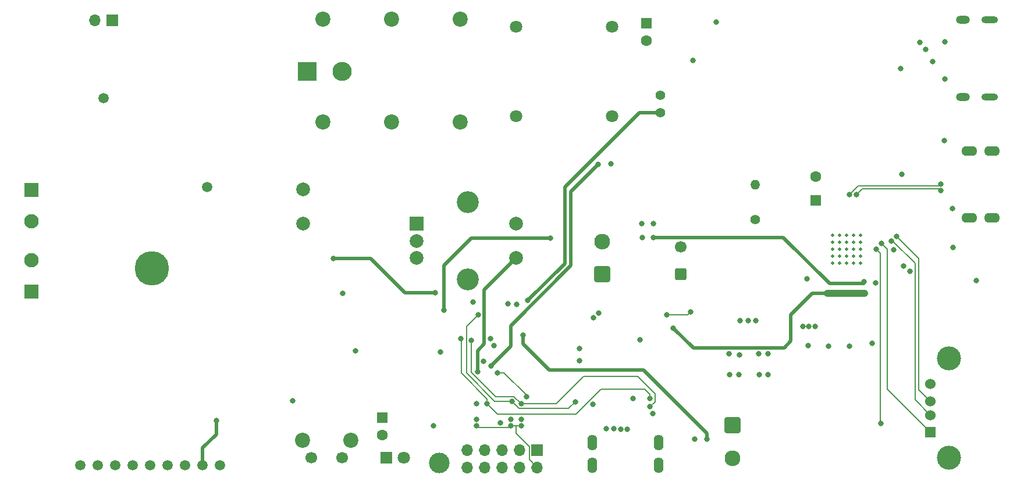
<source format=gbr>
%TF.GenerationSoftware,KiCad,Pcbnew,7.0.6-7.0.6~ubuntu22.04.1*%
%TF.CreationDate,2023-08-10T14:04:47+03:00*%
%TF.ProjectId,xray-v2,78726179-2d76-4322-9e6b-696361645f70,rev?*%
%TF.SameCoordinates,Original*%
%TF.FileFunction,Copper,L2,Inr*%
%TF.FilePolarity,Positive*%
%FSLAX46Y46*%
G04 Gerber Fmt 4.6, Leading zero omitted, Abs format (unit mm)*
G04 Created by KiCad (PCBNEW 7.0.6-7.0.6~ubuntu22.04.1) date 2023-08-10 14:04:47*
%MOMM*%
%LPD*%
G01*
G04 APERTURE LIST*
G04 Aperture macros list*
%AMRoundRect*
0 Rectangle with rounded corners*
0 $1 Rounding radius*
0 $2 $3 $4 $5 $6 $7 $8 $9 X,Y pos of 4 corners*
0 Add a 4 corners polygon primitive as box body*
4,1,4,$2,$3,$4,$5,$6,$7,$8,$9,$2,$3,0*
0 Add four circle primitives for the rounded corners*
1,1,$1+$1,$2,$3*
1,1,$1+$1,$4,$5*
1,1,$1+$1,$6,$7*
1,1,$1+$1,$8,$9*
0 Add four rect primitives between the rounded corners*
20,1,$1+$1,$2,$3,$4,$5,0*
20,1,$1+$1,$4,$5,$6,$7,0*
20,1,$1+$1,$6,$7,$8,$9,0*
20,1,$1+$1,$8,$9,$2,$3,0*%
G04 Aperture macros list end*
%TA.AperFunction,ComponentPad*%
%ADD10R,2.000000X2.000000*%
%TD*%
%TA.AperFunction,ComponentPad*%
%ADD11C,2.000000*%
%TD*%
%TA.AperFunction,ComponentPad*%
%ADD12C,3.200000*%
%TD*%
%TA.AperFunction,ComponentPad*%
%ADD13R,1.800000X1.800000*%
%TD*%
%TA.AperFunction,ComponentPad*%
%ADD14C,1.800000*%
%TD*%
%TA.AperFunction,ComponentPad*%
%ADD15C,2.200000*%
%TD*%
%TA.AperFunction,ComponentPad*%
%ADD16R,1.524000X1.524000*%
%TD*%
%TA.AperFunction,ComponentPad*%
%ADD17C,1.524000*%
%TD*%
%TA.AperFunction,ComponentPad*%
%ADD18C,3.500000*%
%TD*%
%TA.AperFunction,ComponentPad*%
%ADD19C,3.000000*%
%TD*%
%TA.AperFunction,ComponentPad*%
%ADD20R,1.600000X1.600000*%
%TD*%
%TA.AperFunction,ComponentPad*%
%ADD21C,1.600000*%
%TD*%
%TA.AperFunction,ComponentPad*%
%ADD22RoundRect,0.250001X-0.899999X0.899999X-0.899999X-0.899999X0.899999X-0.899999X0.899999X0.899999X0*%
%TD*%
%TA.AperFunction,ComponentPad*%
%ADD23C,2.300000*%
%TD*%
%TA.AperFunction,ComponentPad*%
%ADD24C,1.500000*%
%TD*%
%TA.AperFunction,ComponentPad*%
%ADD25O,1.400000X2.300000*%
%TD*%
%TA.AperFunction,ComponentPad*%
%ADD26C,1.400000*%
%TD*%
%TA.AperFunction,ComponentPad*%
%ADD27RoundRect,0.250001X0.799999X-0.799999X0.799999X0.799999X-0.799999X0.799999X-0.799999X-0.799999X0*%
%TD*%
%TA.AperFunction,ComponentPad*%
%ADD28C,2.100000*%
%TD*%
%TA.AperFunction,ComponentPad*%
%ADD29C,1.700000*%
%TD*%
%TA.AperFunction,ComponentPad*%
%ADD30RoundRect,0.250000X0.600000X-0.600000X0.600000X0.600000X-0.600000X0.600000X-0.600000X-0.600000X0*%
%TD*%
%TA.AperFunction,ComponentPad*%
%ADD31R,1.700000X1.700000*%
%TD*%
%TA.AperFunction,ComponentPad*%
%ADD32O,1.700000X1.700000*%
%TD*%
%TA.AperFunction,ComponentPad*%
%ADD33C,0.500000*%
%TD*%
%TA.AperFunction,ComponentPad*%
%ADD34O,2.000000X1.200000*%
%TD*%
%TA.AperFunction,ComponentPad*%
%ADD35O,2.400000X1.000000*%
%TD*%
%TA.AperFunction,ComponentPad*%
%ADD36O,2.300000X1.400000*%
%TD*%
%TA.AperFunction,ComponentPad*%
%ADD37RoundRect,0.250001X0.899999X-0.899999X0.899999X0.899999X-0.899999X0.899999X-0.899999X-0.899999X0*%
%TD*%
%TA.AperFunction,ComponentPad*%
%ADD38RoundRect,0.250001X-0.799999X0.799999X-0.799999X-0.799999X0.799999X-0.799999X0.799999X0.799999X0*%
%TD*%
%TA.AperFunction,ComponentPad*%
%ADD39O,1.400000X1.400000*%
%TD*%
%TA.AperFunction,ComponentPad*%
%ADD40C,5.000000*%
%TD*%
%TA.AperFunction,ComponentPad*%
%ADD41R,2.800000X2.800000*%
%TD*%
%TA.AperFunction,ComponentPad*%
%ADD42O,2.800000X2.800000*%
%TD*%
%TA.AperFunction,ViaPad*%
%ADD43C,0.800000*%
%TD*%
%TA.AperFunction,Conductor*%
%ADD44C,0.200000*%
%TD*%
%TA.AperFunction,Conductor*%
%ADD45C,0.500000*%
%TD*%
%TA.AperFunction,Conductor*%
%ADD46C,1.000000*%
%TD*%
G04 APERTURE END LIST*
D10*
%TO.N,ENCODER_A*%
%TO.C,SW1*%
X158500000Y-97500000D03*
D11*
%TO.N,ENCODER_B*%
X158500000Y-102500000D03*
%TO.N,GND*%
X158500000Y-100000000D03*
D12*
%TO.N,N/C*%
X166000000Y-94400000D03*
X166000000Y-105600000D03*
D11*
%TO.N,ENCODER_CLICK*%
X173000000Y-102500000D03*
%TO.N,GND*%
X173000000Y-97500000D03*
%TD*%
D13*
%TO.N,Net-(D5-K)*%
%TO.C,D5*%
X154125000Y-131600000D03*
D14*
%TO.N,Net-(D5-A)*%
X156665000Y-131600000D03*
%TD*%
D15*
%TO.N,Net-(D1-A)*%
%TO.C,C8*%
X164900000Y-82700000D03*
%TO.N,Net-(D2-K)*%
X164900000Y-67700000D03*
%TD*%
D14*
%TO.N,Net-(T1-AA)*%
%TO.C,T1*%
X187000000Y-68825000D03*
%TO.N,Net-(Q3-D)*%
X187000000Y-81825000D03*
%TO.N,GND*%
X173000000Y-81825000D03*
%TO.N,Net-(D1-A)*%
X173000000Y-68825000D03*
%TD*%
D16*
%TO.N,USB_OUT_VBUS*%
%TO.C,J2*%
X233272500Y-127900000D03*
D17*
%TO.N,USB_OUT_D-*%
X233272500Y-125400000D03*
%TO.N,USB_OUT_D+*%
X233272500Y-123400000D03*
%TO.N,GND*%
X233272500Y-120900000D03*
D18*
X235982500Y-131650000D03*
X235982500Y-117150000D03*
%TD*%
D19*
%TO.N,GND*%
%TO.C,TP1*%
X161800000Y-132400000D03*
%TD*%
D20*
%TO.N,Net-(Q11-D)*%
%TO.C,C40*%
X153500000Y-125794888D03*
D21*
%TO.N,GND*%
X153500000Y-128294888D03*
%TD*%
D22*
%TO.N,VCC*%
%TO.C,M1*%
X204500000Y-126900000D03*
D23*
%TO.N,Net-(M1--)*%
X204500000Y-131700000D03*
%TD*%
D20*
%TO.N,USB_VSYS*%
%TO.C,C10*%
X216600000Y-94152651D03*
D21*
%TO.N,GND*%
X216600000Y-90652651D03*
%TD*%
D24*
%TO.N,Net-(Q10-D)*%
%TO.C,U7*%
X109600000Y-132700000D03*
%TO.N,GND*%
X112140000Y-132700000D03*
X114680000Y-132700000D03*
%TO.N,Net-(Q10-D)*%
X117220000Y-132700000D03*
%TO.N,TFT_DC*%
X119760000Y-132700000D03*
%TO.N,MOSI*%
X122300000Y-132700000D03*
%TO.N,SCK*%
X124840000Y-132700000D03*
%TO.N,Net-(Q10-D)*%
X127380000Y-132700000D03*
%TO.N,MISO*%
X129920000Y-132700000D03*
%TD*%
D25*
%TO.N,GND*%
%TO.C,J5*%
X184050497Y-129445000D03*
X184050497Y-132745000D03*
X193750497Y-129445000D03*
X193750497Y-132745000D03*
%TD*%
D15*
%TO.N,Net-(D1-K)*%
%TO.C,C9*%
X154900000Y-67700000D03*
%TO.N,GND*%
X154900000Y-82700000D03*
%TD*%
D26*
%TO.N,UV_ENABLE#*%
%TO.C,JP2*%
X194000000Y-81350000D03*
%TO.N,Net-(JP2-B)*%
X194000000Y-78810000D03*
%TD*%
D27*
%TO.N,Net-(D6-K)*%
%TO.C,D6*%
X102500000Y-107400000D03*
D28*
%TO.N,VCC*%
X102500000Y-102800000D03*
%TD*%
D15*
%TO.N,*%
%TO.C,SW2*%
X148950000Y-129100000D03*
X141950000Y-129100000D03*
D29*
%TO.N,WAKEUP_BUTTON*%
X147700000Y-131600000D03*
%TO.N,GND*%
X143200000Y-131600000D03*
%TD*%
D30*
%TO.N,Net-(BT1-+)*%
%TO.C,BT1*%
X197000000Y-104900000D03*
D29*
%TO.N,GND*%
X197000000Y-100900000D03*
%TD*%
D15*
%TO.N,GND*%
%TO.C,C11*%
X144900000Y-82700000D03*
%TO.N,Net-(D3-K)*%
X144900000Y-67700000D03*
%TD*%
D31*
%TO.N,Net-(J4-Pin_1)*%
%TO.C,J4*%
X176075000Y-130525000D03*
D32*
%TO.N,+5V*%
X176075000Y-133065000D03*
%TO.N,unconnected-(J4-Pin_3-Pad3)*%
X173535000Y-130525000D03*
%TO.N,Net-(J4-Pin_4)*%
X173535000Y-133065000D03*
%TO.N,Net-(J4-Pin_5)*%
X170995000Y-130525000D03*
%TO.N,Net-(J4-Pin_6)*%
X170995000Y-133065000D03*
%TO.N,Net-(J4-Pin_7)*%
X168455000Y-130525000D03*
%TO.N,GND*%
X168455000Y-133065000D03*
%TO.N,Net-(J4-Pin_9)*%
X165915000Y-130525000D03*
%TO.N,GND*%
X165915000Y-133065000D03*
%TD*%
D33*
%TO.N,GND*%
%TO.C,U2*%
X223150000Y-99150000D03*
X222125000Y-99150000D03*
X221100000Y-99150000D03*
X220075000Y-99150000D03*
X219050000Y-99150000D03*
X223150000Y-100175000D03*
X222125000Y-100175000D03*
X221100000Y-100175000D03*
X220075000Y-100175000D03*
X219050000Y-100175000D03*
X223150000Y-101200000D03*
X222125000Y-101200000D03*
X221100000Y-101200000D03*
X220075000Y-101200000D03*
X219050000Y-101200000D03*
X223150000Y-102225000D03*
X222125000Y-102225000D03*
X221100000Y-102225000D03*
X220075000Y-102225000D03*
X219050000Y-102225000D03*
X223150000Y-103250000D03*
X222125000Y-103250000D03*
X221100000Y-103250000D03*
X220075000Y-103250000D03*
X219050000Y-103250000D03*
%TD*%
D34*
%TO.N,GND*%
%TO.C,J3*%
X237995000Y-79000000D03*
D35*
X241920000Y-79000000D03*
D34*
X237995000Y-67800000D03*
D35*
X241920000Y-67800000D03*
%TD*%
D20*
%TO.N,Net-(T1-AA)*%
%TO.C,C42*%
X192000000Y-68325000D03*
D21*
%TO.N,GND*%
X192000000Y-70825000D03*
%TD*%
D36*
%TO.N,GND*%
%TO.C,J1*%
X238965000Y-96625000D03*
X242265000Y-96625000D03*
X238965000Y-86925000D03*
X242265000Y-86925000D03*
%TD*%
D11*
%TO.N,Net-(V2-C)*%
%TO.C,C24*%
X142000000Y-92500000D03*
%TO.N,Net-(Q7-B)*%
X142000000Y-97500000D03*
%TD*%
D37*
%TO.N,Net-(LS1-Pad1)*%
%TO.C,LS1*%
X185500000Y-104900000D03*
D23*
%TO.N,Net-(Q12-D)*%
X185500000Y-100100000D03*
%TD*%
D38*
%TO.N,Net-(D4-K)*%
%TO.C,D4*%
X102500000Y-92600000D03*
D28*
%TO.N,VCC*%
X102500000Y-97200000D03*
%TD*%
D31*
%TO.N,Net-(R17-Pad1)*%
%TO.C,SW3*%
X114200000Y-67875000D03*
D32*
%TO.N,GND*%
X111660000Y-67875000D03*
%TD*%
D26*
%TO.N,Net-(U2-NTC)*%
%TO.C,R9*%
X207800000Y-96940000D03*
D39*
%TO.N,GND*%
X207800000Y-91860000D03*
%TD*%
D24*
%TO.N,Net-(V2-A)*%
%TO.C,V2*%
X113000000Y-79200000D03*
%TO.N,Net-(V2-C)*%
X128000000Y-92200000D03*
D40*
%TO.N,GND*%
X120000000Y-104000000D03*
%TD*%
D41*
%TO.N,Net-(D3-K)*%
%TO.C,D3*%
X142639950Y-75300000D03*
D42*
%TO.N,Net-(D2-K)*%
X147719950Y-75300000D03*
%TD*%
D43*
%TO.N,GND*%
X205400000Y-119500000D03*
X186812500Y-88800000D03*
X209700000Y-119500000D03*
X208400000Y-119500000D03*
X221500000Y-115400000D03*
X170750000Y-126500000D03*
X198700000Y-73725000D03*
X191000000Y-114400000D03*
X218500000Y-115400000D03*
X215500000Y-115300000D03*
X204100000Y-119500000D03*
X199000000Y-128900000D03*
X224800000Y-114900000D03*
X225300000Y-106100000D03*
X162000000Y-116250000D03*
X149600000Y-116000000D03*
X169750000Y-115250000D03*
X190000497Y-123000000D03*
X182200000Y-117512500D03*
%TO.N,FLUSH_VBUS*%
X186100497Y-127400000D03*
%TO.N,USB_OUT_VBUS*%
X226200000Y-100400000D03*
%TO.N,USB_M_IN_VBUS*%
X236600000Y-101000000D03*
X230345500Y-104400000D03*
X236500000Y-95325000D03*
%TO.N,USB_IN_VBUS*%
X235390000Y-76400000D03*
X235390000Y-71000000D03*
%TO.N,USB_VSYS*%
X215600000Y-112500000D03*
X216500000Y-112500000D03*
X214700000Y-112500000D03*
%TO.N,VCC*%
X193000000Y-99500000D03*
X167250000Y-126000000D03*
X191400000Y-99500000D03*
X204000000Y-116500000D03*
X205500000Y-116600000D03*
X206800000Y-111600000D03*
X205600000Y-111600000D03*
X166700000Y-108900000D03*
X191300000Y-97500000D03*
X208300000Y-116500000D03*
X147800000Y-107700000D03*
X207900000Y-111600000D03*
X140500000Y-123300000D03*
X193000000Y-97500000D03*
X172250000Y-126000000D03*
X209700000Y-116500000D03*
X173750000Y-126000000D03*
X223600000Y-106000000D03*
%TO.N,USB_OUT_VOUT2*%
X227922535Y-101322535D03*
%TO.N,RESET*%
X167500000Y-110750000D03*
X172400000Y-123399500D03*
X161000000Y-127000000D03*
X181600000Y-123500000D03*
%TO.N,VREG*%
X223700000Y-107700000D03*
X195900000Y-112700000D03*
%TO.N,Net-(Q5-D)*%
X202100000Y-68125000D03*
%TO.N,ENCODER_CLICK*%
X167400000Y-119100000D03*
%TO.N,CP2102_VREG*%
X187200497Y-127400000D03*
%TO.N,Net-(U9-~{RST})*%
X184200497Y-123800000D03*
%TO.N,USB_M_IN_D-*%
X222499488Y-93294596D03*
X234800000Y-92700000D03*
%TO.N,USB_M_IN_D+*%
X221500000Y-93300000D03*
X234800000Y-91700497D03*
%TO.N,USB_OUT_D-*%
X227600000Y-100000000D03*
%TO.N,USB_OUT_D+*%
X228400000Y-99400000D03*
%TO.N,USB_IN_D+*%
X233600000Y-73900000D03*
X232600000Y-72100000D03*
%TO.N,USB_IN_CC2*%
X229000000Y-74900000D03*
X231800000Y-71100000D03*
%TO.N,+5V*%
X172250000Y-127000000D03*
X167250000Y-127000000D03*
X173750000Y-127000000D03*
%TO.N,FLUSH_D-*%
X188200497Y-127500000D03*
%TO.N,FLUSH_D+*%
X189200000Y-127500000D03*
%TO.N,UV_ENABLE#*%
X174723624Y-108675000D03*
%TO.N,Net-(JP3-A)*%
X192900000Y-125200000D03*
%TO.N,USB_OUT_VBUS_G*%
X225400000Y-101200000D03*
X226100000Y-126600000D03*
%TO.N,USB_M_IN_VBUS_G*%
X240000000Y-105800000D03*
X229400000Y-103700500D03*
%TO.N,UV_PWM*%
X169400000Y-118200000D03*
X184912500Y-88900000D03*
%TO.N,USB_IN_VBUS_G*%
X235300000Y-85400000D03*
X229100000Y-90300000D03*
%TO.N,RADIATION_VALUE*%
X146400000Y-102600000D03*
X161200000Y-107600000D03*
%TO.N,Net-(Q10-D)*%
X129400000Y-126200000D03*
%TO.N,SPEAKER*%
X178000000Y-99600000D03*
X162499312Y-110100688D03*
%TO.N,VIBRO*%
X200800000Y-128900000D03*
X174049062Y-113749562D03*
%TO.N,USB_I2C_SDA*%
X194900000Y-110800000D03*
X198394622Y-110394622D03*
%TO.N,Net-(U2-RSET)*%
X215312500Y-105500000D03*
%TO.N,USB_INT*%
X168300000Y-117600000D03*
X182200000Y-115700000D03*
%TO.N,MCU_I2C_SDA*%
X185000000Y-110500000D03*
X173100000Y-109300000D03*
%TO.N,MCU_I2C_SCL*%
X184293245Y-111206755D03*
X171800000Y-109200000D03*
%TO.N,MOSI*%
X174500000Y-122750000D03*
X170250000Y-119250000D03*
%TO.N,MISO*%
X167250000Y-123750000D03*
%TO.N,TFT_DC*%
X169247180Y-114227820D03*
%TO.N,RXD*%
X166499500Y-114550500D03*
X173750000Y-123750000D03*
X192500497Y-124200000D03*
%TO.N,TXD*%
X164949301Y-114302872D03*
X168750000Y-123750000D03*
X192500497Y-123000000D03*
%TD*%
D44*
%TO.N,USB_OUT_VBUS*%
X227000000Y-121627500D02*
X233272500Y-127900000D01*
X227000000Y-101200000D02*
X227000000Y-121627500D01*
X226200000Y-100400000D02*
X227000000Y-101200000D01*
D45*
%TO.N,VCC*%
X211900000Y-99500000D02*
X218600000Y-106200000D01*
X218600000Y-106200000D02*
X223600000Y-106200000D01*
X193000000Y-99500000D02*
X211900000Y-99500000D01*
D44*
%TO.N,RESET*%
X165800000Y-119300000D02*
X165800000Y-112450000D01*
X165800000Y-112450000D02*
X167500000Y-110750000D01*
X172400000Y-123399500D02*
X169899500Y-123399500D01*
X172400000Y-123399500D02*
X173450500Y-124450000D01*
X180650000Y-124450000D02*
X181600000Y-123500000D01*
X169899500Y-123399500D02*
X165800000Y-119300000D01*
X173450500Y-124450000D02*
X180650000Y-124450000D01*
D46*
%TO.N,VREG*%
X218297918Y-107700000D02*
X223700000Y-107700000D01*
D45*
X213000000Y-114600000D02*
X213000000Y-110800000D01*
X213000000Y-110800000D02*
X216100000Y-107700000D01*
X216100000Y-107700000D02*
X218297918Y-107700000D01*
X198800000Y-115600000D02*
X212000000Y-115600000D01*
X212000000Y-115600000D02*
X213000000Y-114600000D01*
X195900000Y-112700000D02*
X198800000Y-115600000D01*
%TO.N,ENCODER_CLICK*%
X168350000Y-115050000D02*
X167400000Y-116000000D01*
X168350000Y-107150000D02*
X168350000Y-115050000D01*
X167400000Y-116000000D02*
X167400000Y-118997918D01*
X173000000Y-102500000D02*
X168350000Y-107150000D01*
D44*
%TO.N,USB_M_IN_D-*%
X222505404Y-93294596D02*
X223374751Y-92425249D01*
X234525249Y-92425249D02*
X234800000Y-92700000D01*
X222499488Y-93294596D02*
X222505404Y-93294596D01*
X223374751Y-92425249D02*
X234525249Y-92425249D01*
%TO.N,USB_M_IN_D+*%
X222824752Y-91975248D02*
X234525249Y-91975248D01*
X234525249Y-91975248D02*
X234800000Y-91700497D01*
X221500000Y-93300000D02*
X222824752Y-91975248D01*
%TO.N,USB_OUT_D-*%
X231045500Y-123173000D02*
X231045500Y-103245500D01*
X231045500Y-103245500D02*
X227800000Y-100000000D01*
X227800000Y-100000000D02*
X227600000Y-100000000D01*
X233272500Y-125400000D02*
X231045500Y-123173000D01*
%TO.N,USB_OUT_D+*%
X231600000Y-121727500D02*
X231600000Y-102600000D01*
X233272500Y-123400000D02*
X231600000Y-121727500D01*
X231600000Y-102600000D02*
X228400000Y-99400000D01*
%TO.N,+5V*%
X173000000Y-128100000D02*
X174925000Y-130025000D01*
X173750000Y-127000000D02*
X173000000Y-127000000D01*
X167450000Y-127200000D02*
X167250000Y-127000000D01*
X174925000Y-131915000D02*
X176075000Y-133065000D01*
X172050000Y-127200000D02*
X167450000Y-127200000D01*
X173000000Y-127000000D02*
X172250000Y-127000000D01*
X172250000Y-127000000D02*
X172050000Y-127200000D01*
X173000000Y-127000000D02*
X173000000Y-128100000D01*
X174925000Y-130025000D02*
X174925000Y-131915000D01*
D45*
%TO.N,UV_ENABLE#*%
X174723624Y-108675000D02*
X180100000Y-103298624D01*
X190975000Y-81325000D02*
X193975000Y-81325000D01*
X180100000Y-103298624D02*
X180100000Y-92200000D01*
X180100000Y-92200000D02*
X190975000Y-81325000D01*
D44*
%TO.N,USB_OUT_VBUS_G*%
X226000000Y-126500000D02*
X226100000Y-126600000D01*
X226000000Y-101800000D02*
X226000000Y-126500000D01*
X225400000Y-101200000D02*
X226000000Y-101800000D01*
D45*
%TO.N,UV_PWM*%
X181000000Y-92812500D02*
X184912500Y-88900000D01*
X181000000Y-103600000D02*
X181000000Y-92812500D01*
X172200000Y-112400000D02*
X181000000Y-103600000D01*
X172200000Y-115400000D02*
X172200000Y-112400000D01*
X169400000Y-118200000D02*
X172200000Y-115400000D01*
%TO.N,RADIATION_VALUE*%
X161200000Y-107600000D02*
X156800000Y-107600000D01*
X156800000Y-107600000D02*
X151800000Y-102600000D01*
X151800000Y-102600000D02*
X146400000Y-102600000D01*
%TO.N,Net-(Q10-D)*%
X129400000Y-126200000D02*
X129400000Y-128200000D01*
X127380000Y-130220000D02*
X127380000Y-132700000D01*
X129400000Y-128200000D02*
X127380000Y-130220000D01*
%TO.N,SPEAKER*%
X162499312Y-103600688D02*
X166500000Y-99600000D01*
X162499312Y-110100688D02*
X162499312Y-103600688D01*
X166500000Y-99600000D02*
X178000000Y-99600000D01*
%TO.N,VIBRO*%
X200800000Y-128100000D02*
X200800000Y-128900000D01*
X191500000Y-118800000D02*
X200800000Y-128100000D01*
X174049062Y-115049062D02*
X177800000Y-118800000D01*
X177800000Y-118800000D02*
X191500000Y-118800000D01*
X174049062Y-113749562D02*
X174049062Y-115049062D01*
D44*
%TO.N,USB_I2C_SDA*%
X197989244Y-110800000D02*
X194900000Y-110800000D01*
X198394622Y-110394622D02*
X197989244Y-110800000D01*
%TO.N,MOSI*%
X174500000Y-122750000D02*
X174500000Y-122500000D01*
X174500000Y-122500000D02*
X171250000Y-119250000D01*
X171250000Y-119250000D02*
X170250000Y-119250000D01*
%TO.N,RXD*%
X170010050Y-122700000D02*
X172700000Y-122700000D01*
X178850000Y-123750000D02*
X173750000Y-123750000D01*
X182800000Y-119800000D02*
X178850000Y-123750000D01*
X193200497Y-122300497D02*
X193200497Y-123500000D01*
X190700000Y-119800000D02*
X193200497Y-122300497D01*
X193200497Y-123500000D02*
X192500497Y-124200000D01*
X166500000Y-119189950D02*
X170010050Y-122700000D01*
X166500000Y-114551000D02*
X166500000Y-119189950D01*
X166499500Y-114550500D02*
X166500000Y-114551000D01*
X190700000Y-119800000D02*
X182800000Y-119800000D01*
X172700000Y-122700000D02*
X173750000Y-123750000D01*
%TO.N,TXD*%
X170300000Y-125300000D02*
X181700000Y-125300000D01*
X185400000Y-121600000D02*
X191700000Y-121600000D01*
X165000000Y-119300000D02*
X168750000Y-123050000D01*
X164949301Y-114302872D02*
X165000000Y-114353571D01*
X165000000Y-114353571D02*
X165000000Y-119300000D01*
X181700000Y-125300000D02*
X185400000Y-121600000D01*
X192500497Y-122400497D02*
X192500497Y-123000000D01*
X168750000Y-123750000D02*
X170300000Y-125300000D01*
X191700000Y-121600000D02*
X192500497Y-122400497D01*
X168750000Y-123050000D02*
X168750000Y-123750000D01*
%TD*%
M02*

</source>
